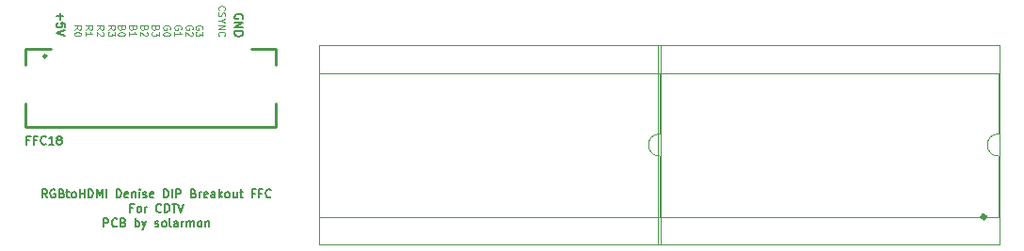
<source format=gbr>
G04 #@! TF.GenerationSoftware,KiCad,Pcbnew,(5.1.12)-1*
G04 #@! TF.CreationDate,2021-12-05T17:59:35+00:00*
G04 #@! TF.ProjectId,RGBtoHDMI Amiga Denise DIP Breakout FFC - CDTV,52474274-6f48-4444-9d49-20416d696761,CDTV*
G04 #@! TF.SameCoordinates,Original*
G04 #@! TF.FileFunction,Legend,Top*
G04 #@! TF.FilePolarity,Positive*
%FSLAX46Y46*%
G04 Gerber Fmt 4.6, Leading zero omitted, Abs format (unit mm)*
G04 Created by KiCad (PCBNEW (5.1.12)-1) date 2021-12-05 17:59:35*
%MOMM*%
%LPD*%
G01*
G04 APERTURE LIST*
%ADD10C,0.187500*%
%ADD11C,0.100000*%
%ADD12C,0.150000*%
%ADD13C,0.400000*%
%ADD14C,0.254000*%
%ADD15C,0.120000*%
G04 APERTURE END LIST*
D10*
X77663714Y-85767785D02*
X77413714Y-85410642D01*
X77235142Y-85767785D02*
X77235142Y-85017785D01*
X77520857Y-85017785D01*
X77592285Y-85053500D01*
X77628000Y-85089214D01*
X77663714Y-85160642D01*
X77663714Y-85267785D01*
X77628000Y-85339214D01*
X77592285Y-85374928D01*
X77520857Y-85410642D01*
X77235142Y-85410642D01*
X78378000Y-85053500D02*
X78306571Y-85017785D01*
X78199428Y-85017785D01*
X78092285Y-85053500D01*
X78020857Y-85124928D01*
X77985142Y-85196357D01*
X77949428Y-85339214D01*
X77949428Y-85446357D01*
X77985142Y-85589214D01*
X78020857Y-85660642D01*
X78092285Y-85732071D01*
X78199428Y-85767785D01*
X78270857Y-85767785D01*
X78378000Y-85732071D01*
X78413714Y-85696357D01*
X78413714Y-85446357D01*
X78270857Y-85446357D01*
X78985142Y-85374928D02*
X79092285Y-85410642D01*
X79128000Y-85446357D01*
X79163714Y-85517785D01*
X79163714Y-85624928D01*
X79128000Y-85696357D01*
X79092285Y-85732071D01*
X79020857Y-85767785D01*
X78735142Y-85767785D01*
X78735142Y-85017785D01*
X78985142Y-85017785D01*
X79056571Y-85053500D01*
X79092285Y-85089214D01*
X79128000Y-85160642D01*
X79128000Y-85232071D01*
X79092285Y-85303500D01*
X79056571Y-85339214D01*
X78985142Y-85374928D01*
X78735142Y-85374928D01*
X79378000Y-85267785D02*
X79663714Y-85267785D01*
X79485142Y-85017785D02*
X79485142Y-85660642D01*
X79520857Y-85732071D01*
X79592285Y-85767785D01*
X79663714Y-85767785D01*
X80020857Y-85767785D02*
X79949428Y-85732071D01*
X79913714Y-85696357D01*
X79878000Y-85624928D01*
X79878000Y-85410642D01*
X79913714Y-85339214D01*
X79949428Y-85303500D01*
X80020857Y-85267785D01*
X80128000Y-85267785D01*
X80199428Y-85303500D01*
X80235142Y-85339214D01*
X80270857Y-85410642D01*
X80270857Y-85624928D01*
X80235142Y-85696357D01*
X80199428Y-85732071D01*
X80128000Y-85767785D01*
X80020857Y-85767785D01*
X80592285Y-85767785D02*
X80592285Y-85017785D01*
X80592285Y-85374928D02*
X81020857Y-85374928D01*
X81020857Y-85767785D02*
X81020857Y-85017785D01*
X81378000Y-85767785D02*
X81378000Y-85017785D01*
X81556571Y-85017785D01*
X81663714Y-85053500D01*
X81735142Y-85124928D01*
X81770857Y-85196357D01*
X81806571Y-85339214D01*
X81806571Y-85446357D01*
X81770857Y-85589214D01*
X81735142Y-85660642D01*
X81663714Y-85732071D01*
X81556571Y-85767785D01*
X81378000Y-85767785D01*
X82128000Y-85767785D02*
X82128000Y-85017785D01*
X82378000Y-85553500D01*
X82628000Y-85017785D01*
X82628000Y-85767785D01*
X82985142Y-85767785D02*
X82985142Y-85017785D01*
X83913714Y-85767785D02*
X83913714Y-85017785D01*
X84092285Y-85017785D01*
X84199428Y-85053500D01*
X84270857Y-85124928D01*
X84306571Y-85196357D01*
X84342285Y-85339214D01*
X84342285Y-85446357D01*
X84306571Y-85589214D01*
X84270857Y-85660642D01*
X84199428Y-85732071D01*
X84092285Y-85767785D01*
X83913714Y-85767785D01*
X84949428Y-85732071D02*
X84878000Y-85767785D01*
X84735142Y-85767785D01*
X84663714Y-85732071D01*
X84628000Y-85660642D01*
X84628000Y-85374928D01*
X84663714Y-85303500D01*
X84735142Y-85267785D01*
X84878000Y-85267785D01*
X84949428Y-85303500D01*
X84985142Y-85374928D01*
X84985142Y-85446357D01*
X84628000Y-85517785D01*
X85306571Y-85267785D02*
X85306571Y-85767785D01*
X85306571Y-85339214D02*
X85342285Y-85303500D01*
X85413714Y-85267785D01*
X85520857Y-85267785D01*
X85592285Y-85303500D01*
X85628000Y-85374928D01*
X85628000Y-85767785D01*
X85985142Y-85767785D02*
X85985142Y-85267785D01*
X85985142Y-85017785D02*
X85949428Y-85053500D01*
X85985142Y-85089214D01*
X86020857Y-85053500D01*
X85985142Y-85017785D01*
X85985142Y-85089214D01*
X86306571Y-85732071D02*
X86378000Y-85767785D01*
X86520857Y-85767785D01*
X86592285Y-85732071D01*
X86628000Y-85660642D01*
X86628000Y-85624928D01*
X86592285Y-85553500D01*
X86520857Y-85517785D01*
X86413714Y-85517785D01*
X86342285Y-85482071D01*
X86306571Y-85410642D01*
X86306571Y-85374928D01*
X86342285Y-85303500D01*
X86413714Y-85267785D01*
X86520857Y-85267785D01*
X86592285Y-85303500D01*
X87235142Y-85732071D02*
X87163714Y-85767785D01*
X87020857Y-85767785D01*
X86949428Y-85732071D01*
X86913714Y-85660642D01*
X86913714Y-85374928D01*
X86949428Y-85303500D01*
X87020857Y-85267785D01*
X87163714Y-85267785D01*
X87235142Y-85303500D01*
X87270857Y-85374928D01*
X87270857Y-85446357D01*
X86913714Y-85517785D01*
X88163714Y-85767785D02*
X88163714Y-85017785D01*
X88342285Y-85017785D01*
X88449428Y-85053500D01*
X88520857Y-85124928D01*
X88556571Y-85196357D01*
X88592285Y-85339214D01*
X88592285Y-85446357D01*
X88556571Y-85589214D01*
X88520857Y-85660642D01*
X88449428Y-85732071D01*
X88342285Y-85767785D01*
X88163714Y-85767785D01*
X88913714Y-85767785D02*
X88913714Y-85017785D01*
X89270857Y-85767785D02*
X89270857Y-85017785D01*
X89556571Y-85017785D01*
X89628000Y-85053500D01*
X89663714Y-85089214D01*
X89699428Y-85160642D01*
X89699428Y-85267785D01*
X89663714Y-85339214D01*
X89628000Y-85374928D01*
X89556571Y-85410642D01*
X89270857Y-85410642D01*
X90842285Y-85374928D02*
X90949428Y-85410642D01*
X90985142Y-85446357D01*
X91020857Y-85517785D01*
X91020857Y-85624928D01*
X90985142Y-85696357D01*
X90949428Y-85732071D01*
X90878000Y-85767785D01*
X90592285Y-85767785D01*
X90592285Y-85017785D01*
X90842285Y-85017785D01*
X90913714Y-85053500D01*
X90949428Y-85089214D01*
X90985142Y-85160642D01*
X90985142Y-85232071D01*
X90949428Y-85303500D01*
X90913714Y-85339214D01*
X90842285Y-85374928D01*
X90592285Y-85374928D01*
X91342285Y-85767785D02*
X91342285Y-85267785D01*
X91342285Y-85410642D02*
X91378000Y-85339214D01*
X91413714Y-85303500D01*
X91485142Y-85267785D01*
X91556571Y-85267785D01*
X92092285Y-85732071D02*
X92020857Y-85767785D01*
X91878000Y-85767785D01*
X91806571Y-85732071D01*
X91770857Y-85660642D01*
X91770857Y-85374928D01*
X91806571Y-85303500D01*
X91878000Y-85267785D01*
X92020857Y-85267785D01*
X92092285Y-85303500D01*
X92128000Y-85374928D01*
X92128000Y-85446357D01*
X91770857Y-85517785D01*
X92770857Y-85767785D02*
X92770857Y-85374928D01*
X92735142Y-85303500D01*
X92663714Y-85267785D01*
X92520857Y-85267785D01*
X92449428Y-85303500D01*
X92770857Y-85732071D02*
X92699428Y-85767785D01*
X92520857Y-85767785D01*
X92449428Y-85732071D01*
X92413714Y-85660642D01*
X92413714Y-85589214D01*
X92449428Y-85517785D01*
X92520857Y-85482071D01*
X92699428Y-85482071D01*
X92770857Y-85446357D01*
X93128000Y-85767785D02*
X93128000Y-85017785D01*
X93199428Y-85482071D02*
X93413714Y-85767785D01*
X93413714Y-85267785D02*
X93128000Y-85553500D01*
X93842285Y-85767785D02*
X93770857Y-85732071D01*
X93735142Y-85696357D01*
X93699428Y-85624928D01*
X93699428Y-85410642D01*
X93735142Y-85339214D01*
X93770857Y-85303500D01*
X93842285Y-85267785D01*
X93949428Y-85267785D01*
X94020857Y-85303500D01*
X94056571Y-85339214D01*
X94092285Y-85410642D01*
X94092285Y-85624928D01*
X94056571Y-85696357D01*
X94020857Y-85732071D01*
X93949428Y-85767785D01*
X93842285Y-85767785D01*
X94735142Y-85267785D02*
X94735142Y-85767785D01*
X94413714Y-85267785D02*
X94413714Y-85660642D01*
X94449428Y-85732071D01*
X94520857Y-85767785D01*
X94628000Y-85767785D01*
X94699428Y-85732071D01*
X94735142Y-85696357D01*
X94985142Y-85267785D02*
X95270857Y-85267785D01*
X95092285Y-85017785D02*
X95092285Y-85660642D01*
X95128000Y-85732071D01*
X95199428Y-85767785D01*
X95270857Y-85767785D01*
X96342285Y-85374928D02*
X96092285Y-85374928D01*
X96092285Y-85767785D02*
X96092285Y-85017785D01*
X96449428Y-85017785D01*
X96985142Y-85374928D02*
X96735142Y-85374928D01*
X96735142Y-85767785D02*
X96735142Y-85017785D01*
X97092285Y-85017785D01*
X97806571Y-85696357D02*
X97770857Y-85732071D01*
X97663714Y-85767785D01*
X97592285Y-85767785D01*
X97485142Y-85732071D01*
X97413714Y-85660642D01*
X97378000Y-85589214D01*
X97342285Y-85446357D01*
X97342285Y-85339214D01*
X97378000Y-85196357D01*
X97413714Y-85124928D01*
X97485142Y-85053500D01*
X97592285Y-85017785D01*
X97663714Y-85017785D01*
X97770857Y-85053500D01*
X97806571Y-85089214D01*
X85395857Y-86687428D02*
X85145857Y-86687428D01*
X85145857Y-87080285D02*
X85145857Y-86330285D01*
X85503000Y-86330285D01*
X85895857Y-87080285D02*
X85824428Y-87044571D01*
X85788714Y-87008857D01*
X85753000Y-86937428D01*
X85753000Y-86723142D01*
X85788714Y-86651714D01*
X85824428Y-86616000D01*
X85895857Y-86580285D01*
X86003000Y-86580285D01*
X86074428Y-86616000D01*
X86110142Y-86651714D01*
X86145857Y-86723142D01*
X86145857Y-86937428D01*
X86110142Y-87008857D01*
X86074428Y-87044571D01*
X86003000Y-87080285D01*
X85895857Y-87080285D01*
X86467285Y-87080285D02*
X86467285Y-86580285D01*
X86467285Y-86723142D02*
X86503000Y-86651714D01*
X86538714Y-86616000D01*
X86610142Y-86580285D01*
X86681571Y-86580285D01*
X87931571Y-87008857D02*
X87895857Y-87044571D01*
X87788714Y-87080285D01*
X87717285Y-87080285D01*
X87610142Y-87044571D01*
X87538714Y-86973142D01*
X87503000Y-86901714D01*
X87467285Y-86758857D01*
X87467285Y-86651714D01*
X87503000Y-86508857D01*
X87538714Y-86437428D01*
X87610142Y-86366000D01*
X87717285Y-86330285D01*
X87788714Y-86330285D01*
X87895857Y-86366000D01*
X87931571Y-86401714D01*
X88253000Y-87080285D02*
X88253000Y-86330285D01*
X88431571Y-86330285D01*
X88538714Y-86366000D01*
X88610142Y-86437428D01*
X88645857Y-86508857D01*
X88681571Y-86651714D01*
X88681571Y-86758857D01*
X88645857Y-86901714D01*
X88610142Y-86973142D01*
X88538714Y-87044571D01*
X88431571Y-87080285D01*
X88253000Y-87080285D01*
X88895857Y-86330285D02*
X89324428Y-86330285D01*
X89110142Y-87080285D02*
X89110142Y-86330285D01*
X89467285Y-86330285D02*
X89717285Y-87080285D01*
X89967285Y-86330285D01*
X82770857Y-88392785D02*
X82770857Y-87642785D01*
X83056571Y-87642785D01*
X83128000Y-87678500D01*
X83163714Y-87714214D01*
X83199428Y-87785642D01*
X83199428Y-87892785D01*
X83163714Y-87964214D01*
X83128000Y-87999928D01*
X83056571Y-88035642D01*
X82770857Y-88035642D01*
X83949428Y-88321357D02*
X83913714Y-88357071D01*
X83806571Y-88392785D01*
X83735142Y-88392785D01*
X83628000Y-88357071D01*
X83556571Y-88285642D01*
X83520857Y-88214214D01*
X83485142Y-88071357D01*
X83485142Y-87964214D01*
X83520857Y-87821357D01*
X83556571Y-87749928D01*
X83628000Y-87678500D01*
X83735142Y-87642785D01*
X83806571Y-87642785D01*
X83913714Y-87678500D01*
X83949428Y-87714214D01*
X84520857Y-87999928D02*
X84628000Y-88035642D01*
X84663714Y-88071357D01*
X84699428Y-88142785D01*
X84699428Y-88249928D01*
X84663714Y-88321357D01*
X84628000Y-88357071D01*
X84556571Y-88392785D01*
X84270857Y-88392785D01*
X84270857Y-87642785D01*
X84520857Y-87642785D01*
X84592285Y-87678500D01*
X84628000Y-87714214D01*
X84663714Y-87785642D01*
X84663714Y-87857071D01*
X84628000Y-87928500D01*
X84592285Y-87964214D01*
X84520857Y-87999928D01*
X84270857Y-87999928D01*
X85592285Y-88392785D02*
X85592285Y-87642785D01*
X85592285Y-87928500D02*
X85663714Y-87892785D01*
X85806571Y-87892785D01*
X85878000Y-87928500D01*
X85913714Y-87964214D01*
X85949428Y-88035642D01*
X85949428Y-88249928D01*
X85913714Y-88321357D01*
X85878000Y-88357071D01*
X85806571Y-88392785D01*
X85663714Y-88392785D01*
X85592285Y-88357071D01*
X86199428Y-87892785D02*
X86378000Y-88392785D01*
X86556571Y-87892785D02*
X86378000Y-88392785D01*
X86306571Y-88571357D01*
X86270857Y-88607071D01*
X86199428Y-88642785D01*
X87378000Y-88357071D02*
X87449428Y-88392785D01*
X87592285Y-88392785D01*
X87663714Y-88357071D01*
X87699428Y-88285642D01*
X87699428Y-88249928D01*
X87663714Y-88178500D01*
X87592285Y-88142785D01*
X87485142Y-88142785D01*
X87413714Y-88107071D01*
X87378000Y-88035642D01*
X87378000Y-87999928D01*
X87413714Y-87928500D01*
X87485142Y-87892785D01*
X87592285Y-87892785D01*
X87663714Y-87928500D01*
X88128000Y-88392785D02*
X88056571Y-88357071D01*
X88020857Y-88321357D01*
X87985142Y-88249928D01*
X87985142Y-88035642D01*
X88020857Y-87964214D01*
X88056571Y-87928500D01*
X88128000Y-87892785D01*
X88235142Y-87892785D01*
X88306571Y-87928500D01*
X88342285Y-87964214D01*
X88378000Y-88035642D01*
X88378000Y-88249928D01*
X88342285Y-88321357D01*
X88306571Y-88357071D01*
X88235142Y-88392785D01*
X88128000Y-88392785D01*
X88806571Y-88392785D02*
X88735142Y-88357071D01*
X88699428Y-88285642D01*
X88699428Y-87642785D01*
X89413714Y-88392785D02*
X89413714Y-87999928D01*
X89378000Y-87928500D01*
X89306571Y-87892785D01*
X89163714Y-87892785D01*
X89092285Y-87928500D01*
X89413714Y-88357071D02*
X89342285Y-88392785D01*
X89163714Y-88392785D01*
X89092285Y-88357071D01*
X89056571Y-88285642D01*
X89056571Y-88214214D01*
X89092285Y-88142785D01*
X89163714Y-88107071D01*
X89342285Y-88107071D01*
X89413714Y-88071357D01*
X89770857Y-88392785D02*
X89770857Y-87892785D01*
X89770857Y-88035642D02*
X89806571Y-87964214D01*
X89842285Y-87928500D01*
X89913714Y-87892785D01*
X89985142Y-87892785D01*
X90235142Y-88392785D02*
X90235142Y-87892785D01*
X90235142Y-87964214D02*
X90270857Y-87928500D01*
X90342285Y-87892785D01*
X90449428Y-87892785D01*
X90520857Y-87928500D01*
X90556571Y-87999928D01*
X90556571Y-88392785D01*
X90556571Y-87999928D02*
X90592285Y-87928500D01*
X90663714Y-87892785D01*
X90770857Y-87892785D01*
X90842285Y-87928500D01*
X90878000Y-87999928D01*
X90878000Y-88392785D01*
X91342285Y-88392785D02*
X91270857Y-88357071D01*
X91235142Y-88321357D01*
X91199428Y-88249928D01*
X91199428Y-88035642D01*
X91235142Y-87964214D01*
X91270857Y-87928500D01*
X91342285Y-87892785D01*
X91449428Y-87892785D01*
X91520857Y-87928500D01*
X91556571Y-87964214D01*
X91592285Y-88035642D01*
X91592285Y-88249928D01*
X91556571Y-88321357D01*
X91520857Y-88357071D01*
X91449428Y-88392785D01*
X91342285Y-88392785D01*
X91913714Y-87892785D02*
X91913714Y-88392785D01*
X91913714Y-87964214D02*
X91949428Y-87928500D01*
X92020857Y-87892785D01*
X92128000Y-87892785D01*
X92199428Y-87928500D01*
X92235142Y-87999928D01*
X92235142Y-88392785D01*
D11*
X82151571Y-70639000D02*
X82437285Y-70439000D01*
X82151571Y-70296142D02*
X82751571Y-70296142D01*
X82751571Y-70524714D01*
X82723000Y-70581857D01*
X82694428Y-70610428D01*
X82637285Y-70639000D01*
X82551571Y-70639000D01*
X82494428Y-70610428D01*
X82465857Y-70581857D01*
X82437285Y-70524714D01*
X82437285Y-70296142D01*
X82694428Y-70867571D02*
X82723000Y-70896142D01*
X82751571Y-70953285D01*
X82751571Y-71096142D01*
X82723000Y-71153285D01*
X82694428Y-71181857D01*
X82637285Y-71210428D01*
X82580142Y-71210428D01*
X82494428Y-71181857D01*
X82151571Y-70839000D01*
X82151571Y-71210428D01*
X83167571Y-70639000D02*
X83453285Y-70439000D01*
X83167571Y-70296142D02*
X83767571Y-70296142D01*
X83767571Y-70524714D01*
X83739000Y-70581857D01*
X83710428Y-70610428D01*
X83653285Y-70639000D01*
X83567571Y-70639000D01*
X83510428Y-70610428D01*
X83481857Y-70581857D01*
X83453285Y-70524714D01*
X83453285Y-70296142D01*
X83767571Y-70839000D02*
X83767571Y-71210428D01*
X83539000Y-71010428D01*
X83539000Y-71096142D01*
X83510428Y-71153285D01*
X83481857Y-71181857D01*
X83424714Y-71210428D01*
X83281857Y-71210428D01*
X83224714Y-71181857D01*
X83196142Y-71153285D01*
X83167571Y-71096142D01*
X83167571Y-70924714D01*
X83196142Y-70867571D01*
X83224714Y-70839000D01*
X80119571Y-70639000D02*
X80405285Y-70439000D01*
X80119571Y-70296142D02*
X80719571Y-70296142D01*
X80719571Y-70524714D01*
X80691000Y-70581857D01*
X80662428Y-70610428D01*
X80605285Y-70639000D01*
X80519571Y-70639000D01*
X80462428Y-70610428D01*
X80433857Y-70581857D01*
X80405285Y-70524714D01*
X80405285Y-70296142D01*
X80719571Y-71010428D02*
X80719571Y-71067571D01*
X80691000Y-71124714D01*
X80662428Y-71153285D01*
X80605285Y-71181857D01*
X80491000Y-71210428D01*
X80348142Y-71210428D01*
X80233857Y-71181857D01*
X80176714Y-71153285D01*
X80148142Y-71124714D01*
X80119571Y-71067571D01*
X80119571Y-71010428D01*
X80148142Y-70953285D01*
X80176714Y-70924714D01*
X80233857Y-70896142D01*
X80348142Y-70867571D01*
X80491000Y-70867571D01*
X80605285Y-70896142D01*
X80662428Y-70924714D01*
X80691000Y-70953285D01*
X80719571Y-71010428D01*
X81135571Y-70639000D02*
X81421285Y-70439000D01*
X81135571Y-70296142D02*
X81735571Y-70296142D01*
X81735571Y-70524714D01*
X81707000Y-70581857D01*
X81678428Y-70610428D01*
X81621285Y-70639000D01*
X81535571Y-70639000D01*
X81478428Y-70610428D01*
X81449857Y-70581857D01*
X81421285Y-70524714D01*
X81421285Y-70296142D01*
X81135571Y-71210428D02*
X81135571Y-70867571D01*
X81135571Y-71039000D02*
X81735571Y-71039000D01*
X81649857Y-70981857D01*
X81592714Y-70924714D01*
X81564142Y-70867571D01*
X87418857Y-70496142D02*
X87390285Y-70581857D01*
X87361714Y-70610428D01*
X87304571Y-70639000D01*
X87218857Y-70639000D01*
X87161714Y-70610428D01*
X87133142Y-70581857D01*
X87104571Y-70524714D01*
X87104571Y-70296142D01*
X87704571Y-70296142D01*
X87704571Y-70496142D01*
X87676000Y-70553285D01*
X87647428Y-70581857D01*
X87590285Y-70610428D01*
X87533142Y-70610428D01*
X87476000Y-70581857D01*
X87447428Y-70553285D01*
X87418857Y-70496142D01*
X87418857Y-70296142D01*
X87704571Y-70839000D02*
X87704571Y-71210428D01*
X87476000Y-71010428D01*
X87476000Y-71096142D01*
X87447428Y-71153285D01*
X87418857Y-71181857D01*
X87361714Y-71210428D01*
X87218857Y-71210428D01*
X87161714Y-71181857D01*
X87133142Y-71153285D01*
X87104571Y-71096142D01*
X87104571Y-70924714D01*
X87133142Y-70867571D01*
X87161714Y-70839000D01*
X86402857Y-70496142D02*
X86374285Y-70581857D01*
X86345714Y-70610428D01*
X86288571Y-70639000D01*
X86202857Y-70639000D01*
X86145714Y-70610428D01*
X86117142Y-70581857D01*
X86088571Y-70524714D01*
X86088571Y-70296142D01*
X86688571Y-70296142D01*
X86688571Y-70496142D01*
X86660000Y-70553285D01*
X86631428Y-70581857D01*
X86574285Y-70610428D01*
X86517142Y-70610428D01*
X86460000Y-70581857D01*
X86431428Y-70553285D01*
X86402857Y-70496142D01*
X86402857Y-70296142D01*
X86631428Y-70867571D02*
X86660000Y-70896142D01*
X86688571Y-70953285D01*
X86688571Y-71096142D01*
X86660000Y-71153285D01*
X86631428Y-71181857D01*
X86574285Y-71210428D01*
X86517142Y-71210428D01*
X86431428Y-71181857D01*
X86088571Y-70839000D01*
X86088571Y-71210428D01*
X85386857Y-70496142D02*
X85358285Y-70581857D01*
X85329714Y-70610428D01*
X85272571Y-70639000D01*
X85186857Y-70639000D01*
X85129714Y-70610428D01*
X85101142Y-70581857D01*
X85072571Y-70524714D01*
X85072571Y-70296142D01*
X85672571Y-70296142D01*
X85672571Y-70496142D01*
X85644000Y-70553285D01*
X85615428Y-70581857D01*
X85558285Y-70610428D01*
X85501142Y-70610428D01*
X85444000Y-70581857D01*
X85415428Y-70553285D01*
X85386857Y-70496142D01*
X85386857Y-70296142D01*
X85072571Y-71210428D02*
X85072571Y-70867571D01*
X85072571Y-71039000D02*
X85672571Y-71039000D01*
X85586857Y-70981857D01*
X85529714Y-70924714D01*
X85501142Y-70867571D01*
X84370857Y-70496142D02*
X84342285Y-70581857D01*
X84313714Y-70610428D01*
X84256571Y-70639000D01*
X84170857Y-70639000D01*
X84113714Y-70610428D01*
X84085142Y-70581857D01*
X84056571Y-70524714D01*
X84056571Y-70296142D01*
X84656571Y-70296142D01*
X84656571Y-70496142D01*
X84628000Y-70553285D01*
X84599428Y-70581857D01*
X84542285Y-70610428D01*
X84485142Y-70610428D01*
X84428000Y-70581857D01*
X84399428Y-70553285D01*
X84370857Y-70496142D01*
X84370857Y-70296142D01*
X84656571Y-71010428D02*
X84656571Y-71067571D01*
X84628000Y-71124714D01*
X84599428Y-71153285D01*
X84542285Y-71181857D01*
X84428000Y-71210428D01*
X84285142Y-71210428D01*
X84170857Y-71181857D01*
X84113714Y-71153285D01*
X84085142Y-71124714D01*
X84056571Y-71067571D01*
X84056571Y-71010428D01*
X84085142Y-70953285D01*
X84113714Y-70924714D01*
X84170857Y-70896142D01*
X84285142Y-70867571D01*
X84428000Y-70867571D01*
X84542285Y-70896142D01*
X84599428Y-70924714D01*
X84628000Y-70953285D01*
X84656571Y-71010428D01*
X88692000Y-70610428D02*
X88720571Y-70553285D01*
X88720571Y-70467571D01*
X88692000Y-70381857D01*
X88634857Y-70324714D01*
X88577714Y-70296142D01*
X88463428Y-70267571D01*
X88377714Y-70267571D01*
X88263428Y-70296142D01*
X88206285Y-70324714D01*
X88149142Y-70381857D01*
X88120571Y-70467571D01*
X88120571Y-70524714D01*
X88149142Y-70610428D01*
X88177714Y-70639000D01*
X88377714Y-70639000D01*
X88377714Y-70524714D01*
X88720571Y-71010428D02*
X88720571Y-71067571D01*
X88692000Y-71124714D01*
X88663428Y-71153285D01*
X88606285Y-71181857D01*
X88492000Y-71210428D01*
X88349142Y-71210428D01*
X88234857Y-71181857D01*
X88177714Y-71153285D01*
X88149142Y-71124714D01*
X88120571Y-71067571D01*
X88120571Y-71010428D01*
X88149142Y-70953285D01*
X88177714Y-70924714D01*
X88234857Y-70896142D01*
X88349142Y-70867571D01*
X88492000Y-70867571D01*
X88606285Y-70896142D01*
X88663428Y-70924714D01*
X88692000Y-70953285D01*
X88720571Y-71010428D01*
X89708000Y-70610428D02*
X89736571Y-70553285D01*
X89736571Y-70467571D01*
X89708000Y-70381857D01*
X89650857Y-70324714D01*
X89593714Y-70296142D01*
X89479428Y-70267571D01*
X89393714Y-70267571D01*
X89279428Y-70296142D01*
X89222285Y-70324714D01*
X89165142Y-70381857D01*
X89136571Y-70467571D01*
X89136571Y-70524714D01*
X89165142Y-70610428D01*
X89193714Y-70639000D01*
X89393714Y-70639000D01*
X89393714Y-70524714D01*
X89136571Y-71210428D02*
X89136571Y-70867571D01*
X89136571Y-71039000D02*
X89736571Y-71039000D01*
X89650857Y-70981857D01*
X89593714Y-70924714D01*
X89565142Y-70867571D01*
X90724000Y-70610428D02*
X90752571Y-70553285D01*
X90752571Y-70467571D01*
X90724000Y-70381857D01*
X90666857Y-70324714D01*
X90609714Y-70296142D01*
X90495428Y-70267571D01*
X90409714Y-70267571D01*
X90295428Y-70296142D01*
X90238285Y-70324714D01*
X90181142Y-70381857D01*
X90152571Y-70467571D01*
X90152571Y-70524714D01*
X90181142Y-70610428D01*
X90209714Y-70639000D01*
X90409714Y-70639000D01*
X90409714Y-70524714D01*
X90695428Y-70867571D02*
X90724000Y-70896142D01*
X90752571Y-70953285D01*
X90752571Y-71096142D01*
X90724000Y-71153285D01*
X90695428Y-71181857D01*
X90638285Y-71210428D01*
X90581142Y-71210428D01*
X90495428Y-71181857D01*
X90152571Y-70839000D01*
X90152571Y-71210428D01*
X91613000Y-70610428D02*
X91641571Y-70553285D01*
X91641571Y-70467571D01*
X91613000Y-70381857D01*
X91555857Y-70324714D01*
X91498714Y-70296142D01*
X91384428Y-70267571D01*
X91298714Y-70267571D01*
X91184428Y-70296142D01*
X91127285Y-70324714D01*
X91070142Y-70381857D01*
X91041571Y-70467571D01*
X91041571Y-70524714D01*
X91070142Y-70610428D01*
X91098714Y-70639000D01*
X91298714Y-70639000D01*
X91298714Y-70524714D01*
X91641571Y-70839000D02*
X91641571Y-71210428D01*
X91413000Y-71010428D01*
X91413000Y-71096142D01*
X91384428Y-71153285D01*
X91355857Y-71181857D01*
X91298714Y-71210428D01*
X91155857Y-71210428D01*
X91098714Y-71181857D01*
X91070142Y-71153285D01*
X91041571Y-71096142D01*
X91041571Y-70924714D01*
X91070142Y-70867571D01*
X91098714Y-70839000D01*
X93130714Y-68878571D02*
X93102142Y-68850000D01*
X93073571Y-68764285D01*
X93073571Y-68707142D01*
X93102142Y-68621428D01*
X93159285Y-68564285D01*
X93216428Y-68535714D01*
X93330714Y-68507142D01*
X93416428Y-68507142D01*
X93530714Y-68535714D01*
X93587857Y-68564285D01*
X93645000Y-68621428D01*
X93673571Y-68707142D01*
X93673571Y-68764285D01*
X93645000Y-68850000D01*
X93616428Y-68878571D01*
X93102142Y-69107142D02*
X93073571Y-69192857D01*
X93073571Y-69335714D01*
X93102142Y-69392857D01*
X93130714Y-69421428D01*
X93187857Y-69450000D01*
X93245000Y-69450000D01*
X93302142Y-69421428D01*
X93330714Y-69392857D01*
X93359285Y-69335714D01*
X93387857Y-69221428D01*
X93416428Y-69164285D01*
X93445000Y-69135714D01*
X93502142Y-69107142D01*
X93559285Y-69107142D01*
X93616428Y-69135714D01*
X93645000Y-69164285D01*
X93673571Y-69221428D01*
X93673571Y-69364285D01*
X93645000Y-69450000D01*
X93359285Y-69821428D02*
X93073571Y-69821428D01*
X93673571Y-69621428D02*
X93359285Y-69821428D01*
X93673571Y-70021428D01*
X93073571Y-70221428D02*
X93673571Y-70221428D01*
X93073571Y-70564285D01*
X93673571Y-70564285D01*
X93130714Y-71192857D02*
X93102142Y-71164285D01*
X93073571Y-71078571D01*
X93073571Y-71021428D01*
X93102142Y-70935714D01*
X93159285Y-70878571D01*
X93216428Y-70850000D01*
X93330714Y-70821428D01*
X93416428Y-70821428D01*
X93530714Y-70850000D01*
X93587857Y-70878571D01*
X93645000Y-70935714D01*
X93673571Y-71021428D01*
X93673571Y-71078571D01*
X93645000Y-71164285D01*
X93616428Y-71192857D01*
D12*
X95244000Y-69659571D02*
X95279714Y-69588142D01*
X95279714Y-69481000D01*
X95244000Y-69373857D01*
X95172571Y-69302428D01*
X95101142Y-69266714D01*
X94958285Y-69231000D01*
X94851142Y-69231000D01*
X94708285Y-69266714D01*
X94636857Y-69302428D01*
X94565428Y-69373857D01*
X94529714Y-69481000D01*
X94529714Y-69552428D01*
X94565428Y-69659571D01*
X94601142Y-69695285D01*
X94851142Y-69695285D01*
X94851142Y-69552428D01*
X94529714Y-70016714D02*
X95279714Y-70016714D01*
X94529714Y-70445285D01*
X95279714Y-70445285D01*
X94529714Y-70802428D02*
X95279714Y-70802428D01*
X95279714Y-70981000D01*
X95244000Y-71088142D01*
X95172571Y-71159571D01*
X95101142Y-71195285D01*
X94958285Y-71231000D01*
X94851142Y-71231000D01*
X94708285Y-71195285D01*
X94636857Y-71159571D01*
X94565428Y-71088142D01*
X94529714Y-70981000D01*
X94529714Y-70802428D01*
X78813428Y-69139714D02*
X78813428Y-69711142D01*
X78527714Y-69425428D02*
X79099142Y-69425428D01*
X79277714Y-70425428D02*
X79277714Y-70068285D01*
X78920571Y-70032571D01*
X78956285Y-70068285D01*
X78992000Y-70139714D01*
X78992000Y-70318285D01*
X78956285Y-70389714D01*
X78920571Y-70425428D01*
X78849142Y-70461142D01*
X78670571Y-70461142D01*
X78599142Y-70425428D01*
X78563428Y-70389714D01*
X78527714Y-70318285D01*
X78527714Y-70139714D01*
X78563428Y-70068285D01*
X78599142Y-70032571D01*
X79277714Y-70675428D02*
X78527714Y-70925428D01*
X79277714Y-71175428D01*
D13*
X162052000Y-87503000D02*
G75*
G03*
X162052000Y-87503000I-127000J0D01*
G01*
D14*
X98235000Y-73789000D02*
X98235000Y-72390000D01*
X98235000Y-72390000D02*
X96026000Y-72390000D01*
X98235000Y-79375000D02*
X98235000Y-77251000D01*
X75755000Y-79375000D02*
X98235000Y-79375000D01*
X75755000Y-72390000D02*
X77964000Y-72390000D01*
X75755000Y-77251000D02*
X75755000Y-79375000D01*
X75755000Y-72390000D02*
X75755000Y-73789000D01*
X77597000Y-73025000D02*
G75*
G03*
X77597000Y-73025000I-127000J0D01*
G01*
D15*
X163315000Y-89976000D02*
X163315000Y-72076000D01*
X132595000Y-89976000D02*
X163315000Y-89976000D01*
X132595000Y-72076000D02*
X132595000Y-89976000D01*
X163315000Y-72076000D02*
X132595000Y-72076000D01*
X163255000Y-87486000D02*
X163255000Y-82026000D01*
X132655000Y-87486000D02*
X163255000Y-87486000D01*
X132655000Y-74566000D02*
X132655000Y-87486000D01*
X163255000Y-74566000D02*
X132655000Y-74566000D01*
X163255000Y-80026000D02*
X163255000Y-74566000D01*
X163255000Y-82026000D02*
G75*
G02*
X163255000Y-80026000I0J1000000D01*
G01*
X132775000Y-80026000D02*
X132775000Y-74566000D01*
X132775000Y-74566000D02*
X102175000Y-74566000D01*
X102175000Y-74566000D02*
X102175000Y-87486000D01*
X102175000Y-87486000D02*
X132775000Y-87486000D01*
X132775000Y-87486000D02*
X132775000Y-82026000D01*
X132835000Y-72076000D02*
X102115000Y-72076000D01*
X102115000Y-72076000D02*
X102115000Y-89976000D01*
X102115000Y-89976000D02*
X132835000Y-89976000D01*
X132835000Y-89976000D02*
X132835000Y-72076000D01*
X132775000Y-82026000D02*
G75*
G02*
X132775000Y-80026000I0J1000000D01*
G01*
D12*
X76091071Y-80591428D02*
X75841071Y-80591428D01*
X75841071Y-80984285D02*
X75841071Y-80234285D01*
X76198214Y-80234285D01*
X76733928Y-80591428D02*
X76483928Y-80591428D01*
X76483928Y-80984285D02*
X76483928Y-80234285D01*
X76841071Y-80234285D01*
X77555357Y-80912857D02*
X77519642Y-80948571D01*
X77412500Y-80984285D01*
X77341071Y-80984285D01*
X77233928Y-80948571D01*
X77162500Y-80877142D01*
X77126785Y-80805714D01*
X77091071Y-80662857D01*
X77091071Y-80555714D01*
X77126785Y-80412857D01*
X77162500Y-80341428D01*
X77233928Y-80270000D01*
X77341071Y-80234285D01*
X77412500Y-80234285D01*
X77519642Y-80270000D01*
X77555357Y-80305714D01*
X78269642Y-80984285D02*
X77841071Y-80984285D01*
X78055357Y-80984285D02*
X78055357Y-80234285D01*
X77983928Y-80341428D01*
X77912500Y-80412857D01*
X77841071Y-80448571D01*
X78698214Y-80555714D02*
X78626785Y-80520000D01*
X78591071Y-80484285D01*
X78555357Y-80412857D01*
X78555357Y-80377142D01*
X78591071Y-80305714D01*
X78626785Y-80270000D01*
X78698214Y-80234285D01*
X78841071Y-80234285D01*
X78912500Y-80270000D01*
X78948214Y-80305714D01*
X78983928Y-80377142D01*
X78983928Y-80412857D01*
X78948214Y-80484285D01*
X78912500Y-80520000D01*
X78841071Y-80555714D01*
X78698214Y-80555714D01*
X78626785Y-80591428D01*
X78591071Y-80627142D01*
X78555357Y-80698571D01*
X78555357Y-80841428D01*
X78591071Y-80912857D01*
X78626785Y-80948571D01*
X78698214Y-80984285D01*
X78841071Y-80984285D01*
X78912500Y-80948571D01*
X78948214Y-80912857D01*
X78983928Y-80841428D01*
X78983928Y-80698571D01*
X78948214Y-80627142D01*
X78912500Y-80591428D01*
X78841071Y-80555714D01*
M02*

</source>
